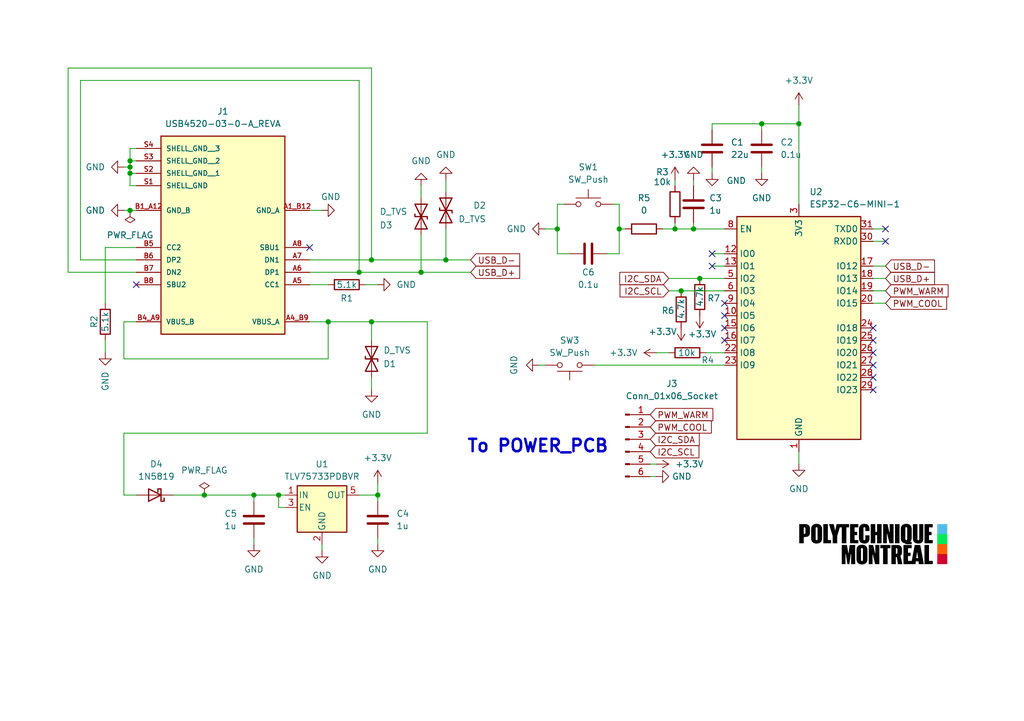
<source format=kicad_sch>
(kicad_sch (version 20250114) (generator "eeschema") (generator_version "9.0")
  (paper "A5")
  (title_block (title "ESP32_PCB") (date "2025-10-24") (comment 1 "By : Mattias Vinet-Larouche"))
  (lib_symbols
    (symbol "Connector:Conn_01x06_Pin" (pin_names (offset 1.016) (hide yes))
      (property "Reference" "J" (at 0 7.62 0))
      (property "Value" "Conn_01x06_Pin" (at 0 -10.16 0))
      (symbol "Conn_01x06_Pin_1_1"
        (rectangle (start 0.8636 5.207) (end 0 4.953) (stroke (width 0.1524)) (fill (type outline)))
        (rectangle (start 0.8636 2.667) (end 0 2.413) (stroke (width 0.1524)) (fill (type outline)))
        (rectangle (start 0.8636 0.127) (end 0 -0.127) (stroke (width 0.1524)) (fill (type outline)))
        (rectangle (start 0.8636 -2.413) (end 0 -2.667) (stroke (width 0.1524)) (fill (type outline)))
        (rectangle (start 0.8636 -4.953) (end 0 -5.207) (stroke (width 0.1524)) (fill (type outline)))
        (rectangle (start 0.8636 -7.493) (end 0 -7.747) (stroke (width 0.1524)) (fill (type outline)))
        (polyline (pts (xy 1.27 5.08) (xy 0.8636 5.08)) (stroke (width 0.1524)))
        (polyline (pts (xy 1.27 2.54) (xy 0.8636 2.54)) (stroke (width 0.1524)))
        (polyline (pts (xy 1.27 0) (xy 0.8636 0)) (stroke (width 0.1524)))
        (polyline (pts (xy 1.27 -2.54) (xy 0.8636 -2.54)) (stroke (width 0.1524)))
        (polyline (pts (xy 1.27 -5.08) (xy 0.8636 -5.08)) (stroke (width 0.1524)))
        (polyline (pts (xy 1.27 -7.62) (xy 0.8636 -7.62)) (stroke (width 0.1524)))
        (pin passive line (at 5.08 5.08 180) (length 3.81) (name "Pin_1") (number "1"))
        (pin passive line (at 5.08 2.54 180) (length 3.81) (name "Pin_2") (number "2"))
        (pin passive line (at 5.08 0 180) (length 3.81) (name "Pin_3") (number "3"))
        (pin passive line (at 5.08 -2.54 180) (length 3.81) (name "Pin_4") (number "4"))
        (pin passive line (at 5.08 -5.08 180) (length 3.81) (name "Pin_5") (number "5"))
        (pin passive line (at 5.08 -7.62 180) (length 3.81) (name "Pin_6") (number "6"))
      )
    )
    (symbol "Device:C" (pin_numbers (hide yes)) (pin_names (offset 0.254))
      (property "Reference" "C" (at 0.635 2.54 0))
      (property "Value" "C" (at 0.635 -2.54 0))
      (symbol "C_0_1"
        (polyline (pts (xy -2.032 0.762) (xy 2.032 0.762)) (stroke (width 0.508)))
        (polyline (pts (xy -2.032 -0.762) (xy 2.032 -0.762)) (stroke (width 0.508)))
      )
      (symbol "C_1_1"
        (pin passive line (at 0 3.81 270) (length 2.794) (name "~") (number "1"))
        (pin passive line (at 0 -3.81 90) (length 2.794) (name "~") (number "2"))
      )
    )
    (symbol "Device:D_TVS" (pin_numbers (hide yes)) (pin_names (offset 1.016) (hide yes))
      (property "Reference" "D" (at 0 2.54 0))
      (property "Value" "D_TVS" (at 0 -2.54 0))
      (symbol "D_TVS_0_1"
        (polyline (pts (xy -2.54 1.27) (xy -2.54 -1.27) (xy 2.54 1.27) (xy 2.54 -1.27) (xy -2.54 1.27)) (stroke (width 0.254)))
        (polyline (pts (xy 0.508 1.27) (xy 0 1.27) (xy 0 -1.27) (xy -0.508 -1.27)) (stroke (width 0.254)))
        (polyline (pts (xy 1.27 0) (xy -1.27 0)))
      )
      (symbol "D_TVS_1_1"
        (pin passive line (at -3.81 0 0) (length 2.54) (name "A1") (number "1"))
        (pin passive line (at 3.81 0 180) (length 2.54) (name "A2") (number "2"))
      )
    )
    (symbol "Device:R" (pin_numbers (hide yes)) (pin_names (offset 0))
      (property "Reference" "R" (at 2.032 0 90))
      (property "Value" "R" (at 0 0 90))
      (symbol "R_0_1"
        (rectangle (start -1.016 -2.54) (end 1.016 2.54) (stroke (width 0.254)))
      )
      (symbol "R_1_1"
        (pin passive line (at 0 3.81 270) (length 1.27) (name "~") (number "1"))
        (pin passive line (at 0 -3.81 90) (length 1.27) (name "~") (number "2"))
      )
    )
    (symbol "Diode:1N5819" (pin_numbers (hide yes)) (pin_names (offset 1.016) (hide yes))
      (property "Reference" "D" (at 0 2.54 0))
      (property "Value" "1N5819" (at 0 -2.54 0))
      (symbol "1N5819_0_1"
        (polyline (pts (xy -1.905 0.635) (xy -1.905 1.27) (xy -1.27 1.27) (xy -1.27 -1.27) (xy -0.635 -1.27) (xy -0.635 -0.635)) (stroke (width 0.254)))
        (polyline (pts (xy 1.27 1.27) (xy 1.27 -1.27) (xy -1.27 0) (xy 1.27 1.27)) (stroke (width 0.254)))
        (polyline (pts (xy 1.27 0) (xy -1.27 0)))
      )
      (symbol "1N5819_1_1"
        (pin passive line (at -3.81 0 0) (length 2.54) (name "K") (number "1"))
        (pin passive line (at 3.81 0 180) (length 2.54) (name "A") (number "2"))
      )
    )
    (symbol "RF_Module:ESP32-C6-MINI-1"
      (property "Reference" "U" (at -11.43 24.13 0))
      (property "Value" "ESP32-C6-MINI-1" (at 12.7 24.13 0))
      (symbol "ESP32-C6-MINI-1_0_1"
        (rectangle (start -12.7 22.86) (end 12.7 -22.86) (stroke (width 0.254)) (fill (type background)))
      )
      (symbol "ESP32-C6-MINI-1_1_1"
        (pin input line (at -15.24 20.32 0) (length 2.54) (name "EN") (number "8"))
        (pin bidirectional line (at -15.24 15.24 0) (length 2.54) (name "IO0") (number "12"))
        (pin bidirectional line (at -15.24 12.7 0) (length 2.54) (name "IO1") (number "13"))
        (pin bidirectional line (at -15.24 10.16 0) (length 2.54) (name "IO2") (number "5"))
        (pin bidirectional line (at -15.24 7.62 0) (length 2.54) (name "IO3") (number "6"))
        (pin bidirectional line (at -15.24 5.08 0) (length 2.54) (name "IO4") (number "9"))
        (pin bidirectional line (at -15.24 2.54 0) (length 2.54) (name "IO5") (number "10"))
        (pin bidirectional line (at -15.24 0 0) (length 2.54) (name "IO6") (number "15"))
        (pin bidirectional line (at -15.24 -2.54 0) (length 2.54) (name "IO7") (number "16"))
        (pin bidirectional line (at -15.24 -5.08 0) (length 2.54) (name "IO8") (number "22"))
        (pin bidirectional line (at -15.24 -7.62 0) (length 2.54) (name "IO9") (number "23"))
        (pin no_connect line (at -12.7 -12.7 0) (length 2.54) (hide yes) (name "NC") (number "32"))
        (pin no_connect line (at -12.7 -15.24 0) (length 2.54) (hide yes) (name "NC") (number "33"))
        (pin no_connect line (at -12.7 -17.78 0) (length 2.54) (hide yes) (name "NC") (number "34"))
        (pin no_connect line (at -12.7 -20.32 0) (length 2.54) (hide yes) (name "NC") (number "35"))
        (pin power_in line (at 0 25.4 270) (length 2.54) (name "3V3") (number "3"))
        (pin power_in line (at 0 -25.4 90) (length 2.54) (name "GND") (number "1"))
        (pin passive line (at 0 -25.4 90) (length 2.54) (hide yes) (name "GND") (number "11"))
        (pin passive line (at 0 -25.4 90) (length 2.54) (hide yes) (name "GND") (number "14"))
        (pin passive line (at 0 -25.4 90) (length 2.54) (hide yes) (name "GND") (number "2"))
        (pin passive line (at 0 -25.4 90) (length 2.54) (hide yes) (name "GND") (number "36"))
        (pin passive line (at 0 -25.4 90) (length 2.54) (hide yes) (name "GND") (number "37"))
        (pin passive line (at 0 -25.4 90) (length 2.54) (hide yes) (name "GND") (number "38"))
        (pin passive line (at 0 -25.4 90) (length 2.54) (hide yes) (name "GND") (number "39"))
        (pin passive line (at 0 -25.4 90) (length 2.54) (hide yes) (name "GND") (number "40"))
        (pin passive line (at 0 -25.4 90) (length 2.54) (hide yes) (name "GND") (number "41"))
        (pin passive line (at 0 -25.4 90) (length 2.54) (hide yes) (name "GND") (number "42"))
        (pin passive line (at 0 -25.4 90) (length 2.54) (hide yes) (name "GND") (number "43"))
        (pin passive line (at 0 -25.4 90) (length 2.54) (hide yes) (name "GND") (number "44"))
        (pin passive line (at 0 -25.4 90) (length 2.54) (hide yes) (name "GND") (number "45"))
        (pin passive line (at 0 -25.4 90) (length 2.54) (hide yes) (name "GND") (number "46"))
        (pin passive line (at 0 -25.4 90) (length 2.54) (hide yes) (name "GND") (number "47"))
        (pin passive line (at 0 -25.4 90) (length 2.54) (hide yes) (name "GND") (number "48"))
        (pin passive line (at 0 -25.4 90) (length 2.54) (hide yes) (name "GND") (number "49"))
        (pin passive line (at 0 -25.4 90) (length 2.54) (hide yes) (name "GND") (number "50"))
        (pin passive line (at 0 -25.4 90) (length 2.54) (hide yes) (name "GND") (number "51"))
        (pin passive line (at 0 -25.4 90) (length 2.54) (hide yes) (name "GND") (number "52"))
        (pin passive line (at 0 -25.4 90) (length 2.54) (hide yes) (name "GND") (number "53"))
        (pin no_connect line (at 12.7 -15.24 180) (length 2.54) (hide yes) (name "NC") (number "4"))
        (pin no_connect line (at 12.7 -17.78 180) (length 2.54) (hide yes) (name "NC") (number "7"))
        (pin no_connect line (at 12.7 -20.32 180) (length 2.54) (hide yes) (name "NC") (number "21"))
        (pin bidirectional line (at 15.24 20.32 180) (length 2.54) (name "TXD0") (number "31"))
        (pin bidirectional line (at 15.24 17.78 180) (length 2.54) (name "RXD0") (number "30"))
        (pin bidirectional line (at 15.24 12.7 180) (length 2.54) (name "IO12") (number "17"))
        (pin bidirectional line (at 15.24 10.16 180) (length 2.54) (name "IO13") (number "18"))
        (pin bidirectional line (at 15.24 7.62 180) (length 2.54) (name "IO14") (number "19"))
        (pin bidirectional line (at 15.24 5.08 180) (length 2.54) (name "IO15") (number "20"))
        (pin bidirectional line (at 15.24 0 180) (length 2.54) (name "IO18") (number "24"))
        (pin bidirectional line (at 15.24 -2.54 180) (length 2.54) (name "IO19") (number "25"))
        (pin bidirectional line (at 15.24 -5.08 180) (length 2.54) (name "IO20") (number "26"))
        (pin bidirectional line (at 15.24 -7.62 180) (length 2.54) (name "IO21") (number "27"))
        (pin bidirectional line (at 15.24 -10.16 180) (length 2.54) (name "IO22") (number "28"))
        (pin bidirectional line (at 15.24 -12.7 180) (length 2.54) (name "IO23") (number "29"))
      )
    )
    (symbol "Regulator_Linear:TLV75533PDBV" (pin_names (offset 0.254))
      (property "Reference" "U" (at -3.81 5.715 0))
      (property "Value" "TLV75533PDBV" (at 0 5.715 0))
      (symbol "TLV75533PDBV_0_1"
        (rectangle (start -5.08 4.445) (end 5.08 -5.08) (stroke (width 0.254)) (fill (type background)))
      )
      (symbol "TLV75533PDBV_1_1"
        (pin power_in line (at -7.62 2.54 0) (length 2.54) (name "IN") (number "1"))
        (pin input line (at -7.62 0 0) (length 2.54) (name "EN") (number "3"))
        (pin power_in line (at 0 -7.62 90) (length 2.54) (name "GND") (number "2"))
        (pin no_connect line (at 5.08 0 180) (length 2.54) (hide yes) (name "NC") (number "4"))
        (pin power_out line (at 7.62 2.54 180) (length 2.54) (name "OUT") (number "5"))
      )
    )
    (symbol "Switch:SW_Push" (pin_numbers (hide yes)) (pin_names (offset 1.016) (hide yes))
      (property "Reference" "SW" (at 1.27 2.54 0))
      (property "Value" "SW_Push" (at 0 -1.524 0))
      (symbol "SW_Push_0_1"
        (circle (center -2.032 0) (radius 0.508))
        (polyline (pts (xy 0 1.27) (xy 0 3.048)))
        (circle (center 2.032 0) (radius 0.508))
        (polyline (pts (xy 2.54 1.27) (xy -2.54 1.27)))
        (pin passive line (at -5.08 0 0) (length 2.54) (name "1") (number "1"))
        (pin passive line (at 5.08 0 180) (length 2.54) (name "2") (number "2"))
      )
    )
    (symbol "USB4520-03-0-A_REVA:USB4520-03-0-A_REVA" (pin_names (offset 1.016))
      (property "Reference" "J1" (at 0 -30.48 0))
      (property "Value" "USB4520-03-0-A_REVA" (at 0 -27.94 0))
      (symbol "USB4520-03-0-A_REVA_0_0"
        (rectangle (start -12.7 -25.4) (end 12.7 15.24) (stroke (width 0.254)) (fill (type background)))
        (pin bidirectional line (at -17.78 5.08 0) (length 5.08) (name "CC1") (number "A5"))
        (pin bidirectional line (at -17.78 2.54 0) (length 5.08) (name "DP1") (number "A6"))
        (pin bidirectional line (at -17.78 0 0) (length 5.08) (name "DN1") (number "A7"))
        (pin bidirectional line (at -17.78 -2.54 0) (length 5.08) (name "SBU1") (number "A8"))
        (pin power_in line (at -17.78 -10.16 0) (length 5.08) (name "GND_A") (number "A1_B12"))
        (pin bidirectional line (at 17.78 5.08 180) (length 5.08) (name "SBU2") (number "B8"))
        (pin bidirectional line (at 17.78 2.54 180) (length 5.08) (name "DN2") (number "B7"))
        (pin bidirectional line (at 17.78 0 180) (length 5.08) (name "DP2") (number "B6"))
        (pin bidirectional line (at 17.78 -2.54 180) (length 5.08) (name "CC2") (number "B5"))
        (pin power_in line (at 17.78 -10.16 180) (length 5.08) (name "GND_B") (number "B1_A12"))
        (pin power_in line (at 17.78 -15.24 180) (length 5.08) (name "SHELL_GND") (number "S1"))
        (pin power_in line (at 17.78 -17.78 180) (length 5.08) (name "SHELL_GND__1") (number "S2"))
        (pin power_in line (at 17.78 -20.32 180) (length 5.08) (name "SHELL_GND__2") (number "S3"))
        (pin power_in line (at 17.78 -22.86 180) (length 5.08) (name "SHELL_GND__3") (number "S4"))
      )
      (symbol "USB4520-03-0-A_REVA_1_0"
        (pin power_out line (at -17.78 12.7 0) (length 5.08) (name "VBUS_A") (number "A4_B9"))
        (pin power_out line (at 17.78 12.7 180) (length 5.08) (name "VBUS_B") (number "B4_A9"))
      )
    )
    (symbol "power:+3.3V" (power) (pin_numbers (hide yes)) (pin_names (offset 0) (hide yes))
      (property "Value" "+3.3V" (at 0 3.556 0))
      (symbol "+3.3V_0_1"
        (polyline (pts (xy -0.762 1.27) (xy 0 2.54)))
        (polyline (pts (xy 0 2.54) (xy 0.762 1.27)))
        (polyline (pts (xy 0 0) (xy 0 2.54)))
      )
      (symbol "+3.3V_1_1"
        (pin power_in line (at 0 0 90) (length 0) (name "~") (number "1"))
      )
    )
    (symbol "power:GND" (power) (pin_numbers (hide yes)) (pin_names (offset 0) (hide yes))
      (property "Value" "GND" (at 0 -3.81 0))
      (symbol "GND_0_1"
        (polyline (pts (xy 0 0) (xy 0 -1.27) (xy 1.27 -1.27) (xy 0 -2.54) (xy -1.27 -1.27) (xy 0 -1.27)))
      )
      (symbol "GND_1_1"
        (pin power_in line (at 0 0 270) (length 0) (name "~") (number "1"))
      )
    )
    (symbol "power:PWR_FLAG" (power) (pin_numbers (hide yes)) (pin_names (offset 0) (hide yes))
      (property "Value" "PWR_FLAG" (at 0 3.81 0))
      (symbol "PWR_FLAG_0_0"
        (pin power_out line (at 0 0 90) (length 0) (name "~") (number "1"))
      )
      (symbol "PWR_FLAG_0_1"
        (polyline (pts (xy 0 0) (xy 0 1.27) (xy -1.016 1.905) (xy 0 2.54) (xy 1.016 1.905) (xy 0 1.27)))
      )
    )
  )
  (text "To POWER_PCB" (at 124.968 91.694 0) (effects (font (size 2.54 2.54) (thickness 0.508) (bold yes)) (justify right)))
  (junction (at 142.24 46.99))
  (junction (at 76.2 53.34))
  (junction (at 143.51 57.15))
  (junction (at 26.67 33.02))
  (junction (at 127 46.99))
  (junction (at 77.47 101.6))
  (junction (at 52.07 101.6))
  (junction (at 26.67 35.56))
  (junction (at 76.2 66.04))
  (junction (at 73.66 55.88))
  (junction (at 163.83 25.4))
  (junction (at 57.15 101.6))
  (junction (at 41.91 101.6))
  (junction (at 86.36 55.88))
  (junction (at 26.67 43.18))
  (junction (at 114.3 46.99))
  (junction (at 156.21 25.4))
  (junction (at 139.7 59.69))
  (junction (at 67.31 66.04))
  (junction (at 26.67 34.29))
  (junction (at 91.44 53.34))
  (junction (at 138.43 46.99))
  (no_connect (at 148.59 67.31))
  (no_connect (at 148.59 69.85))
  (no_connect (at 179.07 72.39))
  (no_connect (at 181.61 49.53))
  (no_connect (at 179.07 69.85))
  (no_connect (at 148.59 62.23))
  (no_connect (at 179.07 77.47))
  (no_connect (at 181.61 46.99))
  (no_connect (at 148.59 64.77))
  (no_connect (at 146.05 54.61))
  (no_connect (at 146.05 52.07))
  (no_connect (at 179.07 67.31))
  (no_connect (at 63.5 50.8))
  (no_connect (at 27.94 58.42))
  (no_connect (at 179.07 80.01))
  (no_connect (at 179.07 74.93))
  (wire (pts (xy 111.76 74.93) (xy 110.49 74.93)))
  (wire (pts (xy 179.07 46.99) (xy 181.61 46.99)))
  (wire (pts (xy 121.92 74.93) (xy 148.59 74.93)))
  (wire (pts (xy 91.44 53.34) (xy 96.52 53.34)))
  (wire (pts (xy 26.67 35.56) (xy 26.67 34.29)))
  (wire (pts (xy 57.15 104.14) (xy 57.15 101.6)))
  (wire (pts (xy 73.66 101.6) (xy 77.47 101.6)))
  (wire (pts (xy 135.89 46.99) (xy 138.43 46.99)))
  (wire (pts (xy 142.24 38.1) (xy 142.24 36.83)))
  (wire (pts (xy 133.35 95.25) (xy 134.62 95.25)))
  (wire (pts (xy 52.07 101.6) (xy 52.07 102.87)))
  (wire (pts (xy 133.35 97.79) (xy 134.62 97.79)))
  (wire (pts (xy 26.67 34.29) (xy 26.67 33.02)))
  (wire (pts (xy 77.47 99.06) (xy 77.47 101.6)))
  (wire (pts (xy 156.21 34.29) (xy 156.21 35.56)))
  (wire (pts (xy 127 52.07) (xy 127 46.99)))
  (wire (pts (xy 146.05 52.07) (xy 148.59 52.07)))
  (wire (pts (xy 77.47 110.49) (xy 77.47 111.76)))
  (wire (pts (xy 74.93 58.42) (xy 77.47 58.42)))
  (wire (pts (xy 87.63 88.9) (xy 25.4 88.9)))
  (wire (pts (xy 26.67 33.02) (xy 26.67 30.48)))
  (wire (pts (xy 63.5 53.34) (xy 76.2 53.34)))
  (wire (pts (xy 16.51 16.51) (xy 73.66 16.51)))
  (wire (pts (xy 27.94 50.8) (xy 21.59 50.8)))
  (wire (pts (xy 35.56 101.6) (xy 41.91 101.6)))
  (wire (pts (xy 146.05 25.4) (xy 156.21 25.4)))
  (wire (pts (xy 114.3 41.91) (xy 114.3 46.99)))
  (wire (pts (xy 21.59 50.8) (xy 21.59 62.23)))
  (wire (pts (xy 125.73 41.91) (xy 127 41.91)))
  (wire (pts (xy 127 41.91) (xy 127 46.99)))
  (wire (pts (xy 25.4 66.04) (xy 25.4 73.66)))
  (wire (pts (xy 127 52.07) (xy 124.46 52.07)))
  (wire (pts (xy 179.07 62.23) (xy 181.61 62.23)))
  (wire (pts (xy 26.67 30.48) (xy 27.94 30.48)))
  (wire (pts (xy 127 46.99) (xy 128.27 46.99)))
  (wire (pts (xy 25.4 88.9) (xy 25.4 101.6)))
  (wire (pts (xy 142.24 45.72) (xy 142.24 46.99)))
  (wire (pts (xy 57.15 101.6) (xy 52.07 101.6)))
  (wire (pts (xy 26.67 35.56) (xy 27.94 35.56)))
  (wire (pts (xy 143.51 57.15) (xy 148.59 57.15)))
  (wire (pts (xy 91.44 46.99) (xy 91.44 53.34)))
  (wire (pts (xy 66.04 43.18) (xy 63.5 43.18)))
  (wire (pts (xy 58.42 104.14) (xy 57.15 104.14)))
  (wire (pts (xy 67.31 73.66) (xy 67.31 66.04)))
  (wire (pts (xy 156.21 25.4) (xy 156.21 26.67)))
  (wire (pts (xy 58.42 101.6) (xy 57.15 101.6)))
  (wire (pts (xy 27.94 38.1) (xy 26.67 38.1)))
  (wire (pts (xy 16.51 53.34) (xy 16.51 16.51)))
  (wire (pts (xy 179.07 49.53) (xy 181.61 49.53)))
  (wire (pts (xy 63.5 55.88) (xy 73.66 55.88)))
  (wire (pts (xy 114.3 46.99) (xy 114.3 52.07)))
  (wire (pts (xy 163.83 25.4) (xy 163.83 41.91)))
  (wire (pts (xy 139.7 59.69) (xy 148.59 59.69)))
  (wire (pts (xy 26.67 43.18) (xy 27.94 43.18)))
  (wire (pts (xy 179.07 57.15) (xy 181.61 57.15)))
  (wire (pts (xy 87.63 66.04) (xy 87.63 88.9)))
  (wire (pts (xy 137.16 59.69) (xy 139.7 59.69)))
  (wire (pts (xy 76.2 77.47) (xy 76.2 80.01)))
  (wire (pts (xy 138.43 46.99) (xy 138.43 45.72)))
  (wire (pts (xy 86.36 38.1) (xy 86.36 40.64)))
  (wire (pts (xy 63.5 58.42) (xy 67.31 58.42)))
  (wire (pts (xy 111.76 46.99) (xy 114.3 46.99)))
  (wire (pts (xy 76.2 66.04) (xy 76.2 69.85)))
  (wire (pts (xy 142.24 46.99) (xy 138.43 46.99)))
  (wire (pts (xy 179.07 54.61) (xy 181.61 54.61)))
  (wire (pts (xy 115.57 41.91) (xy 114.3 41.91)))
  (wire (pts (xy 41.91 101.6) (xy 52.07 101.6)))
  (wire (pts (xy 146.05 54.61) (xy 148.59 54.61)))
  (wire (pts (xy 25.4 73.66) (xy 67.31 73.66)))
  (wire (pts (xy 52.07 110.49) (xy 52.07 111.76)))
  (wire (pts (xy 25.4 101.6) (xy 27.94 101.6)))
  (wire (pts (xy 67.31 66.04) (xy 76.2 66.04)))
  (wire (pts (xy 13.97 55.88) (xy 13.97 13.97)))
  (wire (pts (xy 73.66 16.51) (xy 73.66 55.88)))
  (wire (pts (xy 21.59 69.85) (xy 21.59 72.39)))
  (wire (pts (xy 73.66 55.88) (xy 86.36 55.88)))
  (wire (pts (xy 91.44 36.83) (xy 91.44 39.37)))
  (wire (pts (xy 76.2 13.97) (xy 76.2 53.34)))
  (wire (pts (xy 86.36 55.88) (xy 86.36 48.26)))
  (wire (pts (xy 63.5 66.04) (xy 67.31 66.04)))
  (wire (pts (xy 66.04 111.76) (xy 66.04 113.03)))
  (wire (pts (xy 134.62 72.39) (xy 137.16 72.39)))
  (wire (pts (xy 179.07 59.69) (xy 181.61 59.69)))
  (wire (pts (xy 146.05 34.29) (xy 146.05 35.56)))
  (wire (pts (xy 138.43 36.83) (xy 138.43 38.1)))
  (wire (pts (xy 163.83 92.71) (xy 163.83 95.25)))
  (wire (pts (xy 76.2 53.34) (xy 91.44 53.34)))
  (wire (pts (xy 27.94 66.04) (xy 25.4 66.04)))
  (wire (pts (xy 13.97 13.97) (xy 76.2 13.97)))
  (wire (pts (xy 76.2 66.04) (xy 87.63 66.04)))
  (wire (pts (xy 144.78 72.39) (xy 148.59 72.39)))
  (wire (pts (xy 148.59 46.99) (xy 142.24 46.99)))
  (wire (pts (xy 26.67 38.1) (xy 26.67 35.56)))
  (wire (pts (xy 163.83 21.59) (xy 163.83 25.4)))
  (wire (pts (xy 27.94 55.88) (xy 13.97 55.88)))
  (wire (pts (xy 77.47 101.6) (xy 77.47 102.87)))
  (wire (pts (xy 27.94 53.34) (xy 16.51 53.34)))
  (wire (pts (xy 25.4 34.29) (xy 26.67 34.29)))
  (wire (pts (xy 25.4 43.18) (xy 26.67 43.18)))
  (wire (pts (xy 137.16 57.15) (xy 143.51 57.15)))
  (wire (pts (xy 86.36 55.88) (xy 96.52 55.88)))
  (wire (pts (xy 146.05 26.67) (xy 146.05 25.4)))
  (wire (pts (xy 26.67 33.02) (xy 27.94 33.02)))
  (wire (pts (xy 156.21 25.4) (xy 163.83 25.4)))
  (wire (pts (xy 114.3 52.07) (xy 116.84 52.07)))
  (image (at 179.0877 111.6652) (scale 0.199511))
  (global_label "I2C_SCL" (shape input) (at 133.35 92.71 0) (property "Intersheetrefs" "${INTERSHEET_REFS}" (effects (hide yes))))
  (global_label "USB_D+" (shape input) (at 96.52 55.88 0) (property "Intersheetrefs" "${INTERSHEET_REFS}" (effects (hide yes))))
  (global_label "PWM_WARM" (shape input) (at 181.61 59.69 0) (property "Intersheetrefs" "${INTERSHEET_REFS}" (effects (hide yes))))
  (global_label "USB_D-" (shape input) (at 181.61 54.61 0) (property "Intersheetrefs" "${INTERSHEET_REFS}" (effects (hide yes))))
  (global_label "I2C_SCL" (shape input) (at 137.16 59.69 180) (property "Intersheetrefs" "${INTERSHEET_REFS}" (effects (hide yes))))
  (global_label "PWM_COOL" (shape input) (at 181.61 62.23 0) (property "Intersheetrefs" "${INTERSHEET_REFS}" (effects (hide yes))))
  (global_label "I2C_SDA" (shape input) (at 133.35 90.17 0) (property "Intersheetrefs" "${INTERSHEET_REFS}" (effects (hide yes))))
  (global_label "PWM_COOL" (shape input) (at 133.35 87.63 0) (property "Intersheetrefs" "${INTERSHEET_REFS}" (effects (hide yes))))
  (global_label "PWM_WARM" (shape input) (at 133.35 85.09 0) (property "Intersheetrefs" "${INTERSHEET_REFS}" (effects (hide yes))))
  (global_label "USB_D-" (shape input) (at 96.52 53.34 0) (property "Intersheetrefs" "${INTERSHEET_REFS}" (effects (hide yes))))
  (global_label "I2C_SDA" (shape input) (at 137.16 57.15 180) (property "Intersheetrefs" "${INTERSHEET_REFS}" (effects (hide yes))))
  (global_label "USB_D+" (shape input) (at 181.61 57.15 0) (property "Intersheetrefs" "${INTERSHEET_REFS}" (effects (hide yes))))
  (symbol (lib_id "power:GND") (at 91.44 36.83 180) (unit 1)
    (property "Reference" "#PWR08" (effects (hide yes)))
    (property "Value" "GND" (at 91.44 31.75 0))
    (property "Description" "Power symbol creates a global label with name \"GND\" , ground" (effects (hide yes)))
  )
  (symbol (lib_id "Device:R") (at 132.08 46.99 90) (unit 1)
    (property "Reference" "R5" (at 132.08 40.64 90))
    (property "Value" "0" (at 132.08 43.18 90))
    (property "Footprint" "Resistor_SMD:R_0603_1608Metric_Pad0.98x0.95mm_HandSolder" (effects (hide yes)))
    (property "Description" "RES 0 OHM JUMPER 1/10W 0603" (effects (hide yes)))
    (property "Digikey" "311-0.0GRCT-ND" (effects (hide yes)))
    (property "DigiLink" "https://www.digikey.ca/en/products/detail/yageo/RC0603JR-070RL/726675" (effects (hide yes)))
  )
  (symbol (lib_id "Regulator_Linear:TLV75533PDBV") (at 66.04 104.14 0) (unit 1)
    (property "Reference" "U1" (at 66.04 95.25 0))
    (property "Value" "TLV75733PDBVR" (at 66.04 97.79 0))
    (property "Footprint" "Package_TO_SOT_SMD:SOT-23-5" (effects (hide yes)))
    (property "Description" "IC REG LINEAR 3.3V 1A SOT23-5" (effects (hide yes)))
    (property "Digikey" "296-50414-1-ND" (effects (hide yes)))
    (property "DigiLink" "https://www.digikey.ca/en/products/detail/texas-instruments/TLV75733PDBVR/9343364?s=N4IgTCBcDaICoBkBqB2ArCgzJgCgEQCEkAlEAXQF8g" (effects (hide yes)))
  )
  (symbol (lib_id "power:+3.3V") (at 143.51 64.77 180) (unit 1)
    (property "Reference" "#PWR025" (effects (hide yes)))
    (property "Value" "+3.3V" (at 144.018 68.58 0))
    (property "Description" "Power symbol creates a global label with name \"+3.3V\"" (effects (hide yes)))
  )
  (symbol (lib_id "Device:D_TVS") (at 91.44 43.18 90) (unit 1)
    (property "Reference" "D2" (at 97.028 42.164 90) (effects (justify right)))
    (property "Value" "D_TVS" (at 93.98 44.958 90) (effects (justify right)))
    (property "Footprint" "Diode_SMD:D_SOD-323F" (effects (hide yes)))
    (property "Description" "TVS DIODE 5.5VWM 15VC SOD-323" (effects (hide yes)))
    (property "Digikey" "296-TSD05CDYFRCT-ND" (effects (hide yes)))
    (property "DigiLink" "https://www.digikey.ca/en/products/detail/texas-instruments/TSD05CDYFR/21298444" (effects (hide yes)))
  )
  (symbol (lib_id "power:GND") (at 163.83 95.25 0) (unit 1)
    (property "Reference" "#PWR09" (effects (hide yes)))
    (property "Value" "GND" (at 163.83 100.33 0))
    (property "Description" "Power symbol creates a global label with name \"GND\" , ground" (effects (hide yes)))
  )
  (symbol (lib_id "Device:R") (at 143.51 60.96 0) (unit 1)
    (property "Reference" "R7" (at 145.034 61.214 0) (effects (justify left)))
    (property "Value" "4.7k" (at 143.51 62.992 90) (effects (justify left)))
    (property "Footprint" "Resistor_SMD:R_0603_1608Metric_Pad0.98x0.95mm_HandSolder" (effects (hide yes)))
    (property "Description" "RES 4.7K OHM 1% 1/10W 0603" (effects (hide yes)))
    (property "Digikey" "311-4.70KHRCT-ND" (effects (hide yes)))
    (property "DigiLink" "https://www.digikey.ca/en/products/detail/yageo/RC0603FR-074K7L/727212" (effects (hide yes)))
  )
  (symbol (lib_id "power:GND") (at 25.4 34.29 270) (unit 1)
    (property "Reference" "#PWR022" (effects (hide yes)))
    (property "Value" "GND" (at 21.59 34.2899 90) (effects (justify right)))
    (property "Description" "Power symbol creates a global label with name \"GND\" , ground" (effects (hide yes)))
  )
  (symbol (lib_id "power:GND") (at 110.49 74.93 270) (unit 1)
    (property "Reference" "#PWR012" (effects (hide yes)))
    (property "Value" "GND" (at 105.41 74.93 0))
    (property "Description" "Power symbol creates a global label with name \"GND\" , ground" (effects (hide yes)))
  )
  (symbol (lib_id "Device:R") (at 138.43 41.91 0) (unit 1)
    (property "Reference" "R3" (at 134.493 35.306 0) (effects (justify left)))
    (property "Value" "10k" (at 133.985 37.338 0) (effects (justify left)))
    (property "Footprint" "Resistor_SMD:R_0603_1608Metric_Pad0.98x0.95mm_HandSolder" (effects (hide yes)))
    (property "Description" "RES 10K OHM 1% 1/10W 0603" (effects (hide yes)))
    (property "Digikey" "311-10.0KHRCT-ND" (effects (hide yes)))
    (property "DigiLink" "https://www.digikey.ca/en/products/detail/yageo/RC0603FR-0710KL/726880" (effects (hide yes)))
  )
  (symbol (lib_id "power:GND") (at 111.76 46.99 270) (unit 1)
    (property "Reference" "#PWR018" (effects (hide yes)))
    (property "Value" "GND" (at 107.95 46.9899 90) (effects (justify right)))
    (property "Description" "Power symbol creates a global label with name \"GND\" , ground" (effects (hide yes)))
  )
  (symbol (lib_id "power:GND") (at 66.04 113.03 0) (unit 1)
    (property "Reference" "#PWR014" (effects (hide yes)))
    (property "Value" "GND" (at 66.04 118.11 0))
    (property "Description" "Power symbol creates a global label with name \"GND\" , ground" (effects (hide yes)))
  )
  (symbol (lib_id "Diode:1N5819") (at 31.75 101.6 180) (unit 1)
    (property "Reference" "D4" (at 32.0675 95.25 0))
    (property "Value" "1N5819" (at 32.0675 97.79 0))
    (property "Footprint" "Pi3Footprints:SDO_SOD123_DIO-L" (effects (hide yes)))
    (property "Datasheet" "http://www.vishay.com/docs/88525/1n5817.pdf" (effects (hide yes)))
    (property "Description" "DIODE SCHOTTKY 40V 1A SOD123" (effects (hide yes)))
    (property "Digikey" "B140HWDICT-ND" (effects (hide yes)))
    (property "DigiLink" "https://www.digikey.ca/en/products/detail/diodes-incorporated/B140HW-7/1099094?s=N4IgTCBcDaICIEsD2ATApgZwAQEkB2AxgHRYBCAjACwAMAEgOqCIBAOwgC6AvkA" (effects (hide yes)))
  )
  (symbol (lib_id "Device:C") (at 146.05 30.48 0) (unit 1)
    (property "Reference" "C1" (at 149.86 29.2099 0) (effects (justify left)))
    (property "Value" "22u" (at 149.86 31.7499 0) (effects (justify left)))
    (property "Footprint" "Capacitor_SMD:C_0603_1608Metric_Pad1.08x0.95mm_HandSolder" (effects (hide yes)))
    (property "Description" "CAP CER 22UF 10V X5R 0603" (effects (hide yes)))
    (property "Digikey" "1276-1274-1-ND" (effects (hide yes)))
    (property "DigiLink" "https://www.digikey.ca/en/products/detail/samsung-electro-mechanics/CL10A226MP8NUNE/3886932" (effects (hide yes)))
  )
  (symbol (lib_id "Device:R") (at 71.12 58.42 90) (unit 1)
    (property "Reference" "R1" (at 71.12 61.214 90))
    (property "Value" "5.1k" (at 71.12 58.42 90))
    (property "Footprint" "Resistor_SMD:R_0603_1608Metric_Pad0.98x0.95mm_HandSolder" (effects (hide yes)))
    (property "Description" "RES 5.1K OHM 1% 1/10W 0603" (effects (hide yes)))
    (property "Digikey" "311-5.10KHRCT-ND" (effects (hide yes)))
    (property "DigiLink" "https://www.digikey.ca/en/products/detail/yageo/RC0603FR-075K1L/727268" (effects (hide yes)))
  )
  (symbol (lib_id "power:+3.3V") (at 163.83 21.59 0) (unit 1)
    (property "Reference" "#PWR01" (effects (hide yes)))
    (property "Value" "+3.3V" (at 163.83 16.51 0))
    (property "Description" "Power symbol creates a global label with name \"+3.3V\"" (effects (hide yes)))
  )
  (symbol (lib_id "power:+3.3V") (at 77.47 99.06 0) (unit 1)
    (property "Reference" "#PWR016" (effects (hide yes)))
    (property "Value" "+3.3V" (at 77.47 93.98 0))
    (property "Description" "Power symbol creates a global label with name \"+3.3V\"" (effects (hide yes)))
  )
  (symbol (lib_id "power:+3.3V") (at 139.7 67.31 180) (unit 1)
    (property "Reference" "#PWR024" (effects (hide yes)))
    (property "Value" "+3.3V" (at 135.89 68.072 0))
    (property "Description" "Power symbol creates a global label with name \"+3.3V\"" (effects (hide yes)))
  )
  (symbol (lib_id "power:GND") (at 146.05 35.56 0) (unit 1)
    (property "Reference" "#PWR02" (effects (hide yes)))
    (property "Value" "GND" (at 151.003 37.084 0))
    (property "Description" "Power symbol creates a global label with name \"GND\" , ground" (effects (hide yes)))
  )
  (symbol (lib_id "Device:C") (at 52.07 106.68 0) (unit 1)
    (property "Reference" "C5" (at 45.974 105.41 0) (effects (justify left)))
    (property "Value" "1u" (at 45.974 107.95 0) (effects (justify left)))
    (property "Footprint" "Capacitor_SMD:C_0603_1608Metric_Pad1.08x0.95mm_HandSolder" (effects (hide yes)))
    (property "Description" "AUTOMOTIVE GRADE,0603,X7R,16V,1U" (effects (hide yes)))
    (property "Digikey" "445-CGA3E1X7R1C105K080DCCT-ND" (effects (hide yes)))
    (property "DigiLink" "https://www.digikey.ca/en/products/detail/tdk-corporation/CGA3E1X7R1C105K080DC/22106147" (effects (hide yes)))
  )
  (symbol (lib_id "Connector:Conn_01x06_Pin") (at 128.27 90.17 0) (unit 1)
    (property "Reference" "J3" (at 137.795 78.74 0))
    (property "Value" "Conn_01x06_Socket" (at 137.795 81.28 0))
    (property "Footprint" "Library:EdgeConn" (effects (hide yes)))
    (property "Description" "Generic connector, single row, 01x06, script generated" (effects (hide yes)))
  )
  (symbol (lib_id "power:+3.3V") (at 138.43 36.83 0) (unit 1)
    (property "Reference" "#PWR010" (effects (hide yes)))
    (property "Value" "+3.3V" (at 138.43 31.75 0))
    (property "Description" "Power symbol creates a global label with name \"+3.3V\"" (effects (hide yes)))
  )
  (symbol (lib_id "USB4520-03-0-A_REVA:USB4520-03-0-A_REVA") (at 45.72 53.34 180) (unit 1)
    (property "Reference" "J1" (at 45.72 22.86 0))
    (property "Value" "USB4520-03-0-A_REVA" (at 45.72 25.4 0))
    (property "Footprint" "Pi3_Footprints:GCT_USB4520-03-0-A_REVA" (effects (hide yes)))
    (property "PARTREV" "A" (effects (hide yes)))
    (property "STANDARD" "Manufacturer Recommendations" (effects (hide yes)))
    (property "MAXIMUM_PACKAGE_HEIGHT" "2.46mm" (effects (hide yes)))
    (property "MANUFACTURER" "GCT" (effects (hide yes)))
    (property "DigiLink" "https://www.digikey.ca/en/products/detail/gct/USB4520-03-0-A/15283199" (effects (hide yes)))
  )
  (symbol (lib_id "power:GND") (at 66.04 43.18 90) (unit 1)
    (property "Reference" "#PWR020" (effects (hide yes)))
    (property "Value" "GND" (at 65.786 40.386 90) (effects (justify right)))
    (property "Description" "Power symbol creates a global label with name \"GND\" , ground" (effects (hide yes)))
  )
  (symbol (lib_id "Device:R") (at 21.59 66.04 0) (unit 1)
    (property "Reference" "R2" (at 19.304 66.04 90))
    (property "Value" "5.1k" (at 21.59 66.04 90))
    (property "Footprint" "Resistor_SMD:R_0603_1608Metric_Pad0.98x0.95mm_HandSolder" (effects (hide yes)))
    (property "Description" "RES 5.1K OHM 1% 1/10W 0603" (effects (hide yes)))
    (property "Digikey" "311-5.10KHRCT-ND" (effects (hide yes)))
    (property "DigiLink" "https://www.digikey.ca/en/products/detail/yageo/RC0603FR-075K1L/727268" (effects (hide yes)))
  )
  (symbol (lib_id "power:GND") (at 134.62 97.79 90) (unit 1)
    (property "Reference" "#PWR023" (effects (hide yes)))
    (property "Value" "GND" (at 137.795 97.7899 90) (effects (justify right)))
    (property "Description" "Power symbol creates a global label with name \"GND\" , ground" (effects (hide yes)))
  )
  (symbol (lib_id "power:GND") (at 25.4 43.18 270) (unit 1)
    (property "Reference" "#PWR021" (effects (hide yes)))
    (property "Value" "GND" (at 21.59 43.1799 90) (effects (justify right)))
    (property "Description" "Power symbol creates a global label with name \"GND\" , ground" (effects (hide yes)))
  )
  (symbol (lib_id "power:GND") (at 142.24 36.83 180) (unit 1)
    (property "Reference" "#PWR011" (effects (hide yes)))
    (property "Value" "GND" (at 142.24 31.75 0))
    (property "Description" "Power symbol creates a global label with name \"GND\" , ground" (effects (hide yes)))
  )
  (symbol (lib_id "power:PWR_FLAG") (at 41.91 101.6 0) (unit 1)
    (property "Reference" "#FLG01" (effects (hide yes)))
    (property "Value" "PWR_FLAG" (at 41.91 96.52 0))
    (property "Description" "Special symbol for telling ERC where power comes from" (effects (hide yes)))
  )
  (symbol (lib_id "Device:R") (at 140.97 72.39 90) (unit 1)
    (property "Reference" "R4" (at 145.161 73.914 90))
    (property "Value" "10k" (at 140.843 72.39 90))
    (property "Footprint" "Resistor_SMD:R_0603_1608Metric_Pad0.98x0.95mm_HandSolder" (effects (hide yes)))
    (property "Description" "RES 10K OHM 1% 1/10W 0603" (effects (hide yes)))
    (property "Digikey" "311-10.0KHRCT-ND" (effects (hide yes)))
    (property "DigiLink" "https://www.digikey.ca/en/products/detail/yageo/RC0603FR-0710KL/726880" (effects (hide yes)))
  )
  (symbol (lib_id "Switch:SW_Push") (at 116.84 74.93 180) (unit 1)
    (property "Reference" "SW3" (at 116.84 69.85 0))
    (property "Value" "SW_Push" (at 116.84 72.39 0))
    (property "Footprint" "Pi3Footprints:SW_B3U-1000P" (effects (hide yes)))
    (property "Description" "SWITCH TACTILE SPST-NO 0.05A 12V" (effects (hide yes)))
    (property "Digikey" "SW1020CT-ND" (effects (hide yes)))
    (property "DigiLink" "https://www.digikey.ca/en/products/detail/omron-electronics-inc-emc-div/B3U-1000P/1534338" (effects (hide yes)))
  )
  (symbol (lib_id "power:GND") (at 77.47 58.42 90) (unit 1)
    (property "Reference" "#PWR05" (effects (hide yes)))
    (property "Value" "GND" (at 81.28 58.4199 90) (effects (justify right)))
    (property "Description" "Power symbol creates a global label with name \"GND\" , ground" (effects (hide yes)))
  )
  (symbol (lib_id "power:PWR_FLAG") (at 26.67 43.18 180) (unit 1)
    (property "Reference" "#FLG02" (effects (hide yes)))
    (property "Value" "PWR_FLAG" (at 26.67 48.26 0))
    (property "Description" "Special symbol for telling ERC where power comes from" (effects (hide yes)))
  )
  (symbol (lib_id "Switch:SW_Push") (at 120.65 41.91 0) (unit 1)
    (property "Reference" "SW1" (at 120.65 34.29 0))
    (property "Value" "SW_Push" (at 120.65 36.83 0))
    (property "Footprint" "Pi3Footprints:SW_B3U-1000P" (effects (hide yes)))
    (property "Description" "SWITCH TACTILE SPST-NO 0.05A 12V" (effects (hide yes)))
    (property "Digikey" "SW1020CT-ND" (effects (hide yes)))
    (property "DigiLink" "https://www.digikey.ca/en/products/detail/omron-electronics-inc-emc-div/B3U-1000P/1534338" (effects (hide yes)))
  )
  (symbol (lib_id "Device:D_TVS") (at 86.36 44.45 270) (unit 1)
    (property "Reference" "D3" (at 80.518 46.228 90) (effects (justify right)))
    (property "Value" "D_TVS" (at 83.566 43.434 90) (effects (justify right)))
    (property "Footprint" "Diode_SMD:D_SOD-323F" (effects (hide yes)))
    (property "Description" "TVS DIODE 5.5VWM 15VC SOD-323" (effects (hide yes)))
    (property "Digikey" "296-TSD05CDYFRCT-ND" (effects (hide yes)))
    (property "DigiLink" "https://www.digikey.ca/en/products/detail/texas-instruments/TSD05CDYFR/21298444" (effects (hide yes)))
  )
  (symbol (lib_id "power:GND") (at 156.21 35.56 0) (unit 1)
    (property "Reference" "#PWR03" (effects (hide yes)))
    (property "Value" "GND" (at 156.21 40.64 0))
    (property "Description" "Power symbol creates a global label with name \"GND\" , ground" (effects (hide yes)))
  )
  (symbol (lib_id "power:+3.3V") (at 134.62 95.25 270) (unit 1)
    (property "Reference" "#PWR019" (effects (hide yes)))
    (property "Value" "+3.3V" (at 138.43 95.2499 90) (effects (justify left)))
    (property "Description" "Power symbol creates a global label with name \"+3.3V\"" (effects (hide yes)))
  )
  (symbol (lib_id "RF_Module:ESP32-C6-MINI-1") (at 163.83 67.31 0) (unit 1)
    (property "Reference" "U2" (at 165.9733 39.37 0) (effects (justify left)))
    (property "Value" "ESP32-C6-MINI-1" (at 165.9733 41.91 0) (effects (justify left)))
    (property "Footprint" "RF_Module:ESP32-C6-MINI-1" (effects (hide yes)))
    (property "Datasheet" "https://www.espressif.com/sites/default/files/documentation/esp32-c6-mini-1_mini-1u_datasheet_en.pdf" (effects (hide yes)))
    (property "Description" "RF TXRX MOD BT WIFI PCB TH SMD" (effects (hide yes)))
    (property "Digikey" "1965-ESP32-C6-MINI-1-H4CT-ND" (effects (hide yes)))
    (property "DigiLink" "https://www.digikey.ca/en/products/detail/espressif-systems/ESP32-C6-MINI-1-H4/17885794" (effects (hide yes)))
  )
  (symbol (lib_id "power:+3.3V") (at 134.62 72.39 90) (unit 1)
    (property "Reference" "#PWR017" (effects (hide yes)))
    (property "Value" "+3.3V" (at 130.81 72.3899 90) (effects (justify left)))
    (property "Description" "Power symbol creates a global label with name \"+3.3V\"" (effects (hide yes)))
  )
  (symbol (lib_id "Device:R") (at 139.7 63.5 0) (unit 1)
    (property "Reference" "R6" (at 135.636 63.754 0) (effects (justify left)))
    (property "Value" "4.7k" (at 139.7 65.532 90) (effects (justify left)))
    (property "Footprint" "Resistor_SMD:R_0603_1608Metric_Pad0.98x0.95mm_HandSolder" (effects (hide yes)))
    (property "Description" "RES 4.7K OHM 1% 1/10W 0603" (effects (hide yes)))
    (property "Digikey" "311-4.70KHRCT-ND" (effects (hide yes)))
    (property "DigiLink" "https://www.digikey.ca/en/products/detail/yageo/RC0603FR-074K7L/727212" (effects (hide yes)))
  )
  (symbol (lib_id "power:GND") (at 52.07 111.76 0) (unit 1)
    (property "Reference" "#PWR013" (effects (hide yes)))
    (property "Value" "GND" (at 52.07 116.84 0))
    (property "Description" "Power symbol creates a global label with name \"GND\" , ground" (effects (hide yes)))
  )
  (symbol (lib_id "power:GND") (at 21.59 72.39 0) (unit 1)
    (property "Reference" "#PWR06" (effects (hide yes)))
    (property "Value" "GND" (at 21.5901 76.2 90) (effects (justify right)))
    (property "Description" "Power symbol creates a global label with name \"GND\" , ground" (effects (hide yes)))
  )
  (symbol (lib_id "power:GND") (at 76.2 80.01 0) (unit 1)
    (property "Reference" "#PWR04" (effects (hide yes)))
    (property "Value" "GND" (at 76.2 85.09 0))
    (property "Description" "Power symbol creates a global label with name \"GND\" , ground" (effects (hide yes)))
  )
  (symbol (lib_id "Device:C") (at 120.65 52.07 270) (unit 1)
    (property "Reference" "C6" (at 120.65 55.88 90))
    (property "Value" "0.1u" (at 120.65 58.42 90))
    (property "Footprint" "Capacitor_SMD:C_0603_1608Metric_Pad1.08x0.95mm_HandSolder" (effects (hide yes)))
    (property "Description" "CAP CER 0.1UF 16V X7R 0603" (effects (hide yes)))
    (property "Digikey" "311-1088-1-ND" (effects (hide yes)))
    (property "DigiLink" "https://www.digikey.ca/en/products/detail/yageo/CC0603KRX7R7BB104/302822" (effects (hide yes)))
  )
  (symbol (lib_id "Device:C") (at 77.47 106.68 0) (unit 1)
    (property "Reference" "C4" (at 81.28 105.4099 0) (effects (justify left)))
    (property "Value" "1u" (at 81.28 107.9499 0) (effects (justify left)))
    (property "Footprint" "Capacitor_SMD:C_0603_1608Metric_Pad1.08x0.95mm_HandSolder" (effects (hide yes)))
    (property "Description" "AUTOMOTIVE GRADE,0603,X7R,16V,1U" (effects (hide yes)))
    (property "Digikey" "445-CGA3E1X7R1C105K080DCCT-ND" (effects (hide yes)))
    (property "DigiLink" "https://www.digikey.ca/en/products/detail/tdk-corporation/CGA3E1X7R1C105K080DC/22106147" (effects (hide yes)))
  )
  (symbol (lib_id "power:GND") (at 86.36 38.1 180) (unit 1)
    (property "Reference" "#PWR07" (effects (hide yes)))
    (property "Value" "GND" (at 86.36 33.02 0))
    (property "Description" "Power symbol creates a global label with name \"GND\" , ground" (effects (hide yes)))
  )
  (symbol (lib_id "Device:D_TVS") (at 76.2 73.66 270) (unit 1)
    (property "Reference" "D1" (at 81.28 74.676 90) (effects (justify right)))
    (property "Value" "D_TVS" (at 84.328 71.882 90) (effects (justify right)))
    (property "Footprint" "Diode_SMD:D_SOD-323F" (effects (hide yes)))
    (property "Description" "TVS DIODE 5.5VWM 9VC SOD-323" (effects (hide yes)))
    (property "Digikey" "296-TSD05DYFRCT-ND" (effects (hide yes)))
    (property "DigiLink" "https://www.digikey.ca/en/products/detail/texas-instruments/TSD05DYFR/21298352" (effects (hide yes)))
  )
  (symbol (lib_id "Device:C") (at 142.24 41.91 180) (unit 1)
    (property "Reference" "C3" (at 145.415 40.6399 0) (effects (justify right)))
    (property "Value" "1u" (at 145.415 43.1799 0) (effects (justify right)))
    (property "Footprint" "Capacitor_SMD:C_0603_1608Metric_Pad1.08x0.95mm_HandSolder" (effects (hide yes)))
    (property "Description" "AUTOMOTIVE GRADE,0603,X7R,16V,1U" (effects (hide yes)))
    (property "Digikey" "445-CGA3E1X7R1C105K080DCCT-ND" (effects (hide yes)))
    (property "DigiLink" "https://www.digikey.ca/en/products/detail/tdk-corporation/CGA3E1X7R1C105K080DC/22106147" (effects (hide yes)))
  )
  (symbol (lib_id "power:GND") (at 77.47 111.76 0) (unit 1)
    (property "Reference" "#PWR015" (effects (hide yes)))
    (property "Value" "GND" (at 77.47 116.84 0))
    (property "Description" "Power symbol creates a global label with name \"GND\" , ground" (effects (hide yes)))
  )
  (symbol (lib_id "Device:C") (at 156.21 30.48 180) (unit 1)
    (property "Reference" "C2" (at 160.02 29.2099 0) (effects (justify right)))
    (property "Value" "0.1u" (at 160.02 31.7499 0) (effects (justify right)))
    (property "Footprint" "Capacitor_SMD:C_0603_1608Metric_Pad1.08x0.95mm_HandSolder" (effects (hide yes)))
    (property "Description" "CAP CER 0.1UF 16V X7R 0603" (effects (hide yes)))
    (property "Digikey" "311-1088-1-ND" (effects (hide yes)))
    (property "DigiLink" "https://www.digikey.ca/en/products/detail/yageo/CC0603KRX7R7BB104/302822" (effects (hide yes)))
  )
)
</source>
